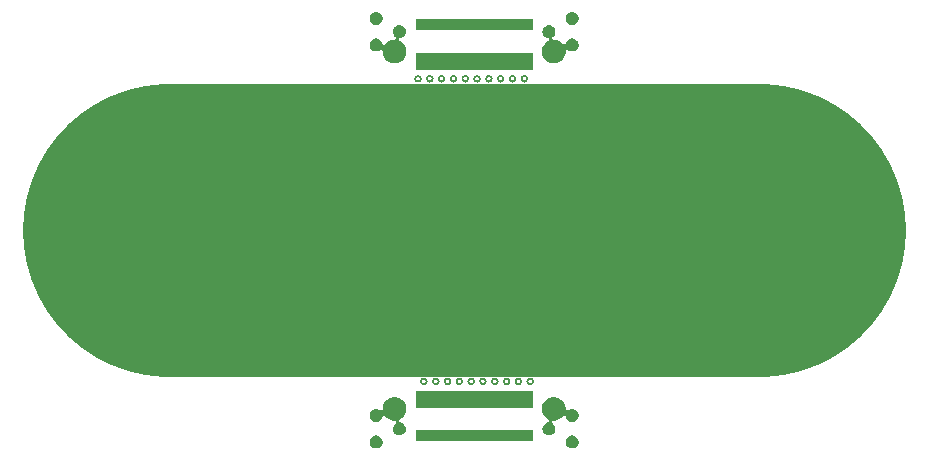
<source format=gbr>
G04 #@! TF.GenerationSoftware,KiCad,Pcbnew,(5.1.5)-3*
G04 #@! TF.CreationDate,2020-01-16T17:02:50-07:00*
G04 #@! TF.ProjectId,Igloo10,49676c6f-6f31-4302-9e6b-696361645f70,rev?*
G04 #@! TF.SameCoordinates,Original*
G04 #@! TF.FileFunction,Soldermask,Bot*
G04 #@! TF.FilePolarity,Negative*
%FSLAX46Y46*%
G04 Gerber Fmt 4.6, Leading zero omitted, Abs format (unit mm)*
G04 Created by KiCad (PCBNEW (5.1.5)-3) date 2020-01-16 17:02:50*
%MOMM*%
%LPD*%
G04 APERTURE LIST*
%ADD10C,0.152400*%
%ADD11C,24.800000*%
%ADD12C,0.100000*%
G04 APERTURE END LIST*
D10*
X120861913Y-78295000D02*
G75*
G03X120861913Y-78295000I-241913J0D01*
G01*
X119861913Y-78295000D02*
G75*
G03X119861913Y-78295000I-241913J0D01*
G01*
X118861913Y-78295000D02*
G75*
G03X118861913Y-78295000I-241913J0D01*
G01*
X117861913Y-78295000D02*
G75*
G03X117861913Y-78295000I-241913J0D01*
G01*
X116861913Y-78295000D02*
G75*
G03X116861913Y-78295000I-241913J0D01*
G01*
X115861913Y-78295000D02*
G75*
G03X115861913Y-78295000I-241913J0D01*
G01*
X114861913Y-78295000D02*
G75*
G03X114861913Y-78295000I-241913J0D01*
G01*
X113861913Y-78295000D02*
G75*
G03X113861913Y-78295000I-241913J0D01*
G01*
X112861913Y-78295000D02*
G75*
G03X112861913Y-78295000I-241913J0D01*
G01*
X111861913Y-78295000D02*
G75*
G03X111861913Y-78295000I-241913J0D01*
G01*
X120361913Y-52675000D02*
G75*
G03X120361913Y-52675000I-241913J0D01*
G01*
X119361913Y-52675000D02*
G75*
G03X119361913Y-52675000I-241913J0D01*
G01*
X118361913Y-52675000D02*
G75*
G03X118361913Y-52675000I-241913J0D01*
G01*
X117361913Y-52675000D02*
G75*
G03X117361913Y-52675000I-241913J0D01*
G01*
X116361913Y-52675000D02*
G75*
G03X116361913Y-52675000I-241913J0D01*
G01*
X115361913Y-52675000D02*
G75*
G03X115361913Y-52675000I-241913J0D01*
G01*
X114361913Y-52675000D02*
G75*
G03X114361913Y-52675000I-241913J0D01*
G01*
X113361913Y-52675000D02*
G75*
G03X113361913Y-52675000I-241913J0D01*
G01*
X112361913Y-52675000D02*
G75*
G03X112361913Y-52675000I-241913J0D01*
G01*
X111361913Y-52675000D02*
G75*
G03X111361913Y-52675000I-241913J0D01*
G01*
D11*
X140000000Y-65470000D02*
X90000000Y-65470000D01*
D12*
G36*
X124330721Y-82890174D02*
G01*
X124430995Y-82931709D01*
X124430996Y-82931710D01*
X124521242Y-82992010D01*
X124597990Y-83068758D01*
X124597991Y-83068760D01*
X124658291Y-83159005D01*
X124699826Y-83259279D01*
X124721000Y-83365730D01*
X124721000Y-83474270D01*
X124699826Y-83580721D01*
X124658291Y-83680995D01*
X124658290Y-83680996D01*
X124597990Y-83771242D01*
X124521242Y-83847990D01*
X124475812Y-83878345D01*
X124430995Y-83908291D01*
X124330721Y-83949826D01*
X124224270Y-83971000D01*
X124115730Y-83971000D01*
X124009279Y-83949826D01*
X123909005Y-83908291D01*
X123864188Y-83878345D01*
X123818758Y-83847990D01*
X123742010Y-83771242D01*
X123681710Y-83680996D01*
X123681709Y-83680995D01*
X123640174Y-83580721D01*
X123619000Y-83474270D01*
X123619000Y-83365730D01*
X123640174Y-83259279D01*
X123681709Y-83159005D01*
X123742009Y-83068760D01*
X123742010Y-83068758D01*
X123818758Y-82992010D01*
X123909004Y-82931710D01*
X123909005Y-82931709D01*
X124009279Y-82890174D01*
X124115730Y-82869000D01*
X124224270Y-82869000D01*
X124330721Y-82890174D01*
G37*
G36*
X107730721Y-82890174D02*
G01*
X107830995Y-82931709D01*
X107830996Y-82931710D01*
X107921242Y-82992010D01*
X107997990Y-83068758D01*
X107997991Y-83068760D01*
X108058291Y-83159005D01*
X108099826Y-83259279D01*
X108121000Y-83365730D01*
X108121000Y-83474270D01*
X108099826Y-83580721D01*
X108058291Y-83680995D01*
X108058290Y-83680996D01*
X107997990Y-83771242D01*
X107921242Y-83847990D01*
X107875812Y-83878345D01*
X107830995Y-83908291D01*
X107730721Y-83949826D01*
X107624270Y-83971000D01*
X107515730Y-83971000D01*
X107409279Y-83949826D01*
X107309005Y-83908291D01*
X107264188Y-83878345D01*
X107218758Y-83847990D01*
X107142010Y-83771242D01*
X107081710Y-83680996D01*
X107081709Y-83680995D01*
X107040174Y-83580721D01*
X107019000Y-83474270D01*
X107019000Y-83365730D01*
X107040174Y-83259279D01*
X107081709Y-83159005D01*
X107142009Y-83068760D01*
X107142010Y-83068758D01*
X107218758Y-82992010D01*
X107309004Y-82931710D01*
X107309005Y-82931709D01*
X107409279Y-82890174D01*
X107515730Y-82869000D01*
X107624270Y-82869000D01*
X107730721Y-82890174D01*
G37*
G36*
X120821000Y-83346000D02*
G01*
X110919000Y-83346000D01*
X110919000Y-82394000D01*
X120821000Y-82394000D01*
X120821000Y-83346000D01*
G37*
G36*
X109315285Y-79638234D02*
G01*
X109411981Y-79657468D01*
X109594151Y-79732926D01*
X109758100Y-79842473D01*
X109897527Y-79981900D01*
X110007074Y-80145849D01*
X110007075Y-80145851D01*
X110082532Y-80328020D01*
X110121000Y-80521409D01*
X110121000Y-80718591D01*
X110112189Y-80762888D01*
X110082532Y-80911981D01*
X110007074Y-81094151D01*
X109897527Y-81258100D01*
X109758100Y-81397527D01*
X109594151Y-81507074D01*
X109594150Y-81507075D01*
X109594146Y-81507077D01*
X109590088Y-81508758D01*
X109568477Y-81520309D01*
X109549535Y-81535854D01*
X109533990Y-81554796D01*
X109522439Y-81576407D01*
X109515327Y-81599856D01*
X109512925Y-81624242D01*
X109515327Y-81648628D01*
X109522441Y-81672077D01*
X109533992Y-81693688D01*
X109549537Y-81712630D01*
X109568479Y-81728175D01*
X109590090Y-81739726D01*
X109613538Y-81746838D01*
X109705721Y-81765174D01*
X109805995Y-81806709D01*
X109805996Y-81806710D01*
X109896242Y-81867010D01*
X109972990Y-81943758D01*
X109972991Y-81943760D01*
X110033291Y-82034005D01*
X110074826Y-82134279D01*
X110096000Y-82240730D01*
X110096000Y-82349270D01*
X110074826Y-82455721D01*
X110033291Y-82555995D01*
X110033290Y-82555996D01*
X109972990Y-82646242D01*
X109896242Y-82722990D01*
X109850812Y-82753345D01*
X109805995Y-82783291D01*
X109705721Y-82824826D01*
X109599270Y-82846000D01*
X109490730Y-82846000D01*
X109384279Y-82824826D01*
X109284005Y-82783291D01*
X109239188Y-82753345D01*
X109193758Y-82722990D01*
X109117010Y-82646242D01*
X109056710Y-82555996D01*
X109056709Y-82555995D01*
X109015174Y-82455721D01*
X108994000Y-82349270D01*
X108994000Y-82240730D01*
X109015174Y-82134279D01*
X109056709Y-82034005D01*
X109117009Y-81943760D01*
X109117010Y-81943758D01*
X109193758Y-81867010D01*
X109219317Y-81849932D01*
X109238259Y-81834387D01*
X109253805Y-81815445D01*
X109265356Y-81793834D01*
X109272469Y-81770385D01*
X109274871Y-81745999D01*
X109272469Y-81721613D01*
X109265356Y-81698164D01*
X109253805Y-81676554D01*
X109238260Y-81657612D01*
X109219318Y-81642066D01*
X109197707Y-81630515D01*
X109174258Y-81623402D01*
X109149872Y-81621000D01*
X109021409Y-81621000D01*
X108915107Y-81599855D01*
X108828019Y-81582532D01*
X108645849Y-81507074D01*
X108481900Y-81397527D01*
X108342473Y-81258100D01*
X108334273Y-81245827D01*
X108318734Y-81226893D01*
X108299792Y-81211348D01*
X108278181Y-81199797D01*
X108254732Y-81192683D01*
X108230346Y-81190281D01*
X108205960Y-81192683D01*
X108182511Y-81199795D01*
X108160900Y-81211346D01*
X108141958Y-81226891D01*
X108126413Y-81245833D01*
X108114862Y-81267444D01*
X108107748Y-81290894D01*
X108099826Y-81330720D01*
X108058291Y-81430995D01*
X108058290Y-81430996D01*
X107997990Y-81521242D01*
X107921242Y-81597990D01*
X107918449Y-81599856D01*
X107830995Y-81658291D01*
X107730721Y-81699826D01*
X107624270Y-81721000D01*
X107515730Y-81721000D01*
X107409279Y-81699826D01*
X107309005Y-81658291D01*
X107221551Y-81599856D01*
X107218758Y-81597990D01*
X107142010Y-81521242D01*
X107081710Y-81430996D01*
X107081709Y-81430995D01*
X107040174Y-81330721D01*
X107019000Y-81224270D01*
X107019000Y-81115730D01*
X107040174Y-81009279D01*
X107081709Y-80909005D01*
X107142009Y-80818760D01*
X107142010Y-80818758D01*
X107218758Y-80742010D01*
X107267058Y-80709737D01*
X107309005Y-80681709D01*
X107409279Y-80640174D01*
X107515730Y-80619000D01*
X107624270Y-80619000D01*
X107730721Y-80640174D01*
X107830995Y-80681709D01*
X107872942Y-80709737D01*
X107921241Y-80742009D01*
X107924555Y-80744224D01*
X107946166Y-80755775D01*
X107969615Y-80762888D01*
X107994001Y-80765290D01*
X108018387Y-80762888D01*
X108041836Y-80755775D01*
X108063446Y-80744224D01*
X108082388Y-80728679D01*
X108097934Y-80709737D01*
X108109485Y-80688126D01*
X108116598Y-80664677D01*
X108119000Y-80640291D01*
X108119000Y-80521409D01*
X108157468Y-80328020D01*
X108232925Y-80145851D01*
X108232926Y-80145849D01*
X108342473Y-79981900D01*
X108481900Y-79842473D01*
X108645849Y-79732926D01*
X108828019Y-79657468D01*
X108924715Y-79638234D01*
X109021409Y-79619000D01*
X109218591Y-79619000D01*
X109315285Y-79638234D01*
G37*
G36*
X122815285Y-79638234D02*
G01*
X122911981Y-79657468D01*
X123094151Y-79732926D01*
X123258100Y-79842473D01*
X123397527Y-79981900D01*
X123507074Y-80145849D01*
X123507075Y-80145851D01*
X123582532Y-80328020D01*
X123621000Y-80521409D01*
X123621000Y-80640291D01*
X123623402Y-80664677D01*
X123630515Y-80688126D01*
X123642066Y-80709737D01*
X123657611Y-80728679D01*
X123676553Y-80744224D01*
X123698164Y-80755775D01*
X123721613Y-80762888D01*
X123745999Y-80765290D01*
X123770385Y-80762888D01*
X123793834Y-80755775D01*
X123815445Y-80744224D01*
X123818760Y-80742009D01*
X123867058Y-80709737D01*
X123909005Y-80681709D01*
X124009279Y-80640174D01*
X124115730Y-80619000D01*
X124224270Y-80619000D01*
X124330721Y-80640174D01*
X124430995Y-80681709D01*
X124472942Y-80709737D01*
X124521242Y-80742010D01*
X124597990Y-80818758D01*
X124597991Y-80818760D01*
X124658291Y-80909005D01*
X124699826Y-81009279D01*
X124721000Y-81115730D01*
X124721000Y-81224270D01*
X124699826Y-81330721D01*
X124658291Y-81430995D01*
X124658290Y-81430996D01*
X124597990Y-81521242D01*
X124521242Y-81597990D01*
X124518449Y-81599856D01*
X124430995Y-81658291D01*
X124330721Y-81699826D01*
X124224270Y-81721000D01*
X124115730Y-81721000D01*
X124009279Y-81699826D01*
X123909005Y-81658291D01*
X123821551Y-81599856D01*
X123818758Y-81597990D01*
X123742010Y-81521242D01*
X123681710Y-81430996D01*
X123681709Y-81430995D01*
X123640174Y-81330720D01*
X123632252Y-81290894D01*
X123625139Y-81267445D01*
X123613588Y-81245834D01*
X123598043Y-81226892D01*
X123579101Y-81211347D01*
X123557490Y-81199796D01*
X123534041Y-81192683D01*
X123509655Y-81190281D01*
X123485269Y-81192683D01*
X123461820Y-81199796D01*
X123440209Y-81211347D01*
X123421267Y-81226892D01*
X123405727Y-81245827D01*
X123397527Y-81258100D01*
X123258100Y-81397527D01*
X123094151Y-81507074D01*
X122911981Y-81582532D01*
X122824893Y-81599855D01*
X122718591Y-81621000D01*
X122590128Y-81621000D01*
X122565742Y-81623402D01*
X122542293Y-81630515D01*
X122520682Y-81642066D01*
X122501740Y-81657611D01*
X122486195Y-81676553D01*
X122474644Y-81698164D01*
X122467531Y-81721613D01*
X122465129Y-81745999D01*
X122467531Y-81770385D01*
X122474644Y-81793834D01*
X122486195Y-81815445D01*
X122501740Y-81834387D01*
X122520683Y-81849932D01*
X122546242Y-81867010D01*
X122622990Y-81943758D01*
X122622991Y-81943760D01*
X122683291Y-82034005D01*
X122724826Y-82134279D01*
X122746000Y-82240730D01*
X122746000Y-82349270D01*
X122724826Y-82455721D01*
X122683291Y-82555995D01*
X122683290Y-82555996D01*
X122622990Y-82646242D01*
X122546242Y-82722990D01*
X122500812Y-82753345D01*
X122455995Y-82783291D01*
X122355721Y-82824826D01*
X122249270Y-82846000D01*
X122140730Y-82846000D01*
X122034279Y-82824826D01*
X121934005Y-82783291D01*
X121889188Y-82753345D01*
X121843758Y-82722990D01*
X121767010Y-82646242D01*
X121706710Y-82555996D01*
X121706709Y-82555995D01*
X121665174Y-82455721D01*
X121644000Y-82349270D01*
X121644000Y-82240730D01*
X121665174Y-82134279D01*
X121706709Y-82034005D01*
X121767009Y-81943760D01*
X121767010Y-81943758D01*
X121843758Y-81867010D01*
X121934004Y-81806710D01*
X121934005Y-81806709D01*
X122034279Y-81765174D01*
X122126462Y-81746838D01*
X122149911Y-81739725D01*
X122171522Y-81728174D01*
X122190463Y-81712629D01*
X122206009Y-81693687D01*
X122217560Y-81672076D01*
X122224673Y-81648627D01*
X122227075Y-81624241D01*
X122224673Y-81599855D01*
X122217560Y-81576406D01*
X122206009Y-81554795D01*
X122190464Y-81535854D01*
X122171522Y-81520308D01*
X122149912Y-81508758D01*
X122145854Y-81507077D01*
X122145850Y-81507075D01*
X122145849Y-81507074D01*
X121981900Y-81397527D01*
X121842473Y-81258100D01*
X121732926Y-81094151D01*
X121657468Y-80911981D01*
X121627811Y-80762888D01*
X121619000Y-80718591D01*
X121619000Y-80521409D01*
X121657468Y-80328020D01*
X121732925Y-80145851D01*
X121732926Y-80145849D01*
X121842473Y-79981900D01*
X121981900Y-79842473D01*
X122145849Y-79732926D01*
X122328019Y-79657468D01*
X122424715Y-79638234D01*
X122521409Y-79619000D01*
X122718591Y-79619000D01*
X122815285Y-79638234D01*
G37*
G36*
X120821000Y-80521000D02*
G01*
X110919000Y-80521000D01*
X110919000Y-79069000D01*
X120821000Y-79069000D01*
X120821000Y-80521000D01*
G37*
G36*
X120821000Y-51901000D02*
G01*
X110919000Y-51901000D01*
X110919000Y-50449000D01*
X120821000Y-50449000D01*
X120821000Y-51901000D01*
G37*
G36*
X109705721Y-48145174D02*
G01*
X109805995Y-48186709D01*
X109805996Y-48186710D01*
X109896242Y-48247010D01*
X109972990Y-48323758D01*
X109972991Y-48323760D01*
X110033291Y-48414005D01*
X110074826Y-48514279D01*
X110096000Y-48620730D01*
X110096000Y-48729270D01*
X110074826Y-48835721D01*
X110033291Y-48935995D01*
X110033290Y-48935996D01*
X109972990Y-49026242D01*
X109896242Y-49102990D01*
X109896239Y-49102992D01*
X109805995Y-49163291D01*
X109705721Y-49204826D01*
X109613538Y-49223162D01*
X109590089Y-49230275D01*
X109568478Y-49241826D01*
X109549537Y-49257371D01*
X109533991Y-49276313D01*
X109522440Y-49297924D01*
X109515327Y-49321373D01*
X109512925Y-49345759D01*
X109515327Y-49370145D01*
X109522440Y-49393594D01*
X109533991Y-49415205D01*
X109549536Y-49434146D01*
X109568478Y-49449692D01*
X109590088Y-49461242D01*
X109594146Y-49462923D01*
X109594150Y-49462925D01*
X109594151Y-49462926D01*
X109758100Y-49572473D01*
X109897527Y-49711900D01*
X109992655Y-49854270D01*
X110007075Y-49875851D01*
X110082532Y-50058020D01*
X110121000Y-50251409D01*
X110121000Y-50448591D01*
X110101766Y-50545285D01*
X110082532Y-50641981D01*
X110007074Y-50824151D01*
X109897527Y-50988100D01*
X109758100Y-51127527D01*
X109594151Y-51237074D01*
X109411981Y-51312532D01*
X109218591Y-51351000D01*
X109021409Y-51351000D01*
X108828019Y-51312532D01*
X108645849Y-51237074D01*
X108481900Y-51127527D01*
X108342473Y-50988100D01*
X108232926Y-50824151D01*
X108157468Y-50641981D01*
X108138234Y-50545285D01*
X108119000Y-50448591D01*
X108119000Y-50329709D01*
X108116598Y-50305323D01*
X108109485Y-50281874D01*
X108097934Y-50260263D01*
X108082389Y-50241321D01*
X108063447Y-50225776D01*
X108041836Y-50214225D01*
X108018387Y-50207112D01*
X107994001Y-50204710D01*
X107969615Y-50207112D01*
X107946166Y-50214225D01*
X107924555Y-50225776D01*
X107921243Y-50227989D01*
X107921242Y-50227990D01*
X107886193Y-50251409D01*
X107830995Y-50288291D01*
X107730721Y-50329826D01*
X107624270Y-50351000D01*
X107515730Y-50351000D01*
X107409279Y-50329826D01*
X107309005Y-50288291D01*
X107253807Y-50251409D01*
X107218758Y-50227990D01*
X107142010Y-50151242D01*
X107081710Y-50060996D01*
X107081709Y-50060995D01*
X107040174Y-49960721D01*
X107019000Y-49854270D01*
X107019000Y-49745730D01*
X107040174Y-49639279D01*
X107081709Y-49539005D01*
X107111655Y-49494188D01*
X107142010Y-49448758D01*
X107218758Y-49372010D01*
X107294542Y-49321373D01*
X107309005Y-49311709D01*
X107409279Y-49270174D01*
X107515730Y-49249000D01*
X107624270Y-49249000D01*
X107730721Y-49270174D01*
X107830995Y-49311709D01*
X107845458Y-49321373D01*
X107921242Y-49372010D01*
X107997990Y-49448758D01*
X108028345Y-49494188D01*
X108058291Y-49539005D01*
X108099826Y-49639280D01*
X108107748Y-49679106D01*
X108114861Y-49702555D01*
X108126412Y-49724166D01*
X108141957Y-49743108D01*
X108160899Y-49758653D01*
X108182510Y-49770204D01*
X108205959Y-49777317D01*
X108230345Y-49779719D01*
X108254731Y-49777317D01*
X108278180Y-49770204D01*
X108299791Y-49758653D01*
X108318733Y-49743108D01*
X108334273Y-49724173D01*
X108342473Y-49711900D01*
X108481900Y-49572473D01*
X108645849Y-49462926D01*
X108828019Y-49387468D01*
X109021409Y-49349000D01*
X109149872Y-49349000D01*
X109174258Y-49346598D01*
X109197707Y-49339485D01*
X109219318Y-49327934D01*
X109238260Y-49312389D01*
X109253805Y-49293447D01*
X109265356Y-49271836D01*
X109272469Y-49248387D01*
X109274871Y-49224001D01*
X109272469Y-49199615D01*
X109265356Y-49176166D01*
X109253805Y-49154555D01*
X109238260Y-49135613D01*
X109219317Y-49120068D01*
X109193761Y-49102992D01*
X109193758Y-49102990D01*
X109117010Y-49026242D01*
X109056710Y-48935996D01*
X109056709Y-48935995D01*
X109015174Y-48835721D01*
X108994000Y-48729270D01*
X108994000Y-48620730D01*
X109015174Y-48514279D01*
X109056709Y-48414005D01*
X109117009Y-48323760D01*
X109117010Y-48323758D01*
X109193758Y-48247010D01*
X109284004Y-48186710D01*
X109284005Y-48186709D01*
X109384279Y-48145174D01*
X109490730Y-48124000D01*
X109599270Y-48124000D01*
X109705721Y-48145174D01*
G37*
G36*
X122355721Y-48145174D02*
G01*
X122455995Y-48186709D01*
X122455996Y-48186710D01*
X122546242Y-48247010D01*
X122622990Y-48323758D01*
X122622991Y-48323760D01*
X122683291Y-48414005D01*
X122724826Y-48514279D01*
X122746000Y-48620730D01*
X122746000Y-48729270D01*
X122724826Y-48835721D01*
X122683291Y-48935995D01*
X122683290Y-48935996D01*
X122622990Y-49026242D01*
X122546242Y-49102990D01*
X122546239Y-49102992D01*
X122520683Y-49120068D01*
X122501741Y-49135613D01*
X122486195Y-49154555D01*
X122474644Y-49176166D01*
X122467531Y-49199615D01*
X122465129Y-49224001D01*
X122467531Y-49248387D01*
X122474644Y-49271836D01*
X122486195Y-49293446D01*
X122501740Y-49312388D01*
X122520682Y-49327934D01*
X122542293Y-49339485D01*
X122565742Y-49346598D01*
X122590128Y-49349000D01*
X122718591Y-49349000D01*
X122911981Y-49387468D01*
X123094151Y-49462926D01*
X123258100Y-49572473D01*
X123397527Y-49711900D01*
X123405727Y-49724173D01*
X123421266Y-49743107D01*
X123440208Y-49758652D01*
X123461819Y-49770203D01*
X123485268Y-49777317D01*
X123509654Y-49779719D01*
X123534040Y-49777317D01*
X123557489Y-49770205D01*
X123579100Y-49758654D01*
X123598042Y-49743109D01*
X123613587Y-49724167D01*
X123625138Y-49702556D01*
X123632252Y-49679106D01*
X123640174Y-49639280D01*
X123681709Y-49539005D01*
X123711655Y-49494188D01*
X123742010Y-49448758D01*
X123818758Y-49372010D01*
X123894542Y-49321373D01*
X123909005Y-49311709D01*
X124009279Y-49270174D01*
X124115730Y-49249000D01*
X124224270Y-49249000D01*
X124330721Y-49270174D01*
X124430995Y-49311709D01*
X124445458Y-49321373D01*
X124521242Y-49372010D01*
X124597990Y-49448758D01*
X124628345Y-49494188D01*
X124658291Y-49539005D01*
X124699826Y-49639279D01*
X124721000Y-49745730D01*
X124721000Y-49854270D01*
X124699826Y-49960721D01*
X124658291Y-50060995D01*
X124658290Y-50060996D01*
X124597990Y-50151242D01*
X124521242Y-50227990D01*
X124486193Y-50251409D01*
X124430995Y-50288291D01*
X124330721Y-50329826D01*
X124224270Y-50351000D01*
X124115730Y-50351000D01*
X124009279Y-50329826D01*
X123909005Y-50288291D01*
X123853807Y-50251409D01*
X123818758Y-50227990D01*
X123818757Y-50227989D01*
X123815445Y-50225776D01*
X123793834Y-50214225D01*
X123770385Y-50207112D01*
X123745999Y-50204710D01*
X123721613Y-50207112D01*
X123698164Y-50214225D01*
X123676554Y-50225776D01*
X123657612Y-50241321D01*
X123642066Y-50260263D01*
X123630515Y-50281874D01*
X123623402Y-50305323D01*
X123621000Y-50329709D01*
X123621000Y-50448591D01*
X123601766Y-50545285D01*
X123582532Y-50641981D01*
X123507074Y-50824151D01*
X123397527Y-50988100D01*
X123258100Y-51127527D01*
X123094151Y-51237074D01*
X122911981Y-51312532D01*
X122718591Y-51351000D01*
X122521409Y-51351000D01*
X122328019Y-51312532D01*
X122145849Y-51237074D01*
X121981900Y-51127527D01*
X121842473Y-50988100D01*
X121732926Y-50824151D01*
X121657468Y-50641981D01*
X121638234Y-50545285D01*
X121619000Y-50448591D01*
X121619000Y-50251409D01*
X121657468Y-50058020D01*
X121732925Y-49875851D01*
X121747345Y-49854270D01*
X121842473Y-49711900D01*
X121981900Y-49572473D01*
X122145849Y-49462926D01*
X122145850Y-49462925D01*
X122145854Y-49462923D01*
X122149912Y-49461242D01*
X122171523Y-49449691D01*
X122190465Y-49434146D01*
X122206010Y-49415204D01*
X122217561Y-49393593D01*
X122224673Y-49370144D01*
X122227075Y-49345758D01*
X122224673Y-49321372D01*
X122217559Y-49297923D01*
X122206008Y-49276312D01*
X122190463Y-49257370D01*
X122171521Y-49241825D01*
X122149910Y-49230274D01*
X122126462Y-49223162D01*
X122034279Y-49204826D01*
X121934005Y-49163291D01*
X121843761Y-49102992D01*
X121843758Y-49102990D01*
X121767010Y-49026242D01*
X121706710Y-48935996D01*
X121706709Y-48935995D01*
X121665174Y-48835721D01*
X121644000Y-48729270D01*
X121644000Y-48620730D01*
X121665174Y-48514279D01*
X121706709Y-48414005D01*
X121767009Y-48323760D01*
X121767010Y-48323758D01*
X121843758Y-48247010D01*
X121934004Y-48186710D01*
X121934005Y-48186709D01*
X122034279Y-48145174D01*
X122140730Y-48124000D01*
X122249270Y-48124000D01*
X122355721Y-48145174D01*
G37*
G36*
X120821000Y-48576000D02*
G01*
X110919000Y-48576000D01*
X110919000Y-47624000D01*
X120821000Y-47624000D01*
X120821000Y-48576000D01*
G37*
G36*
X107730721Y-47020174D02*
G01*
X107830995Y-47061709D01*
X107830996Y-47061710D01*
X107921242Y-47122010D01*
X107997990Y-47198758D01*
X107997991Y-47198760D01*
X108058291Y-47289005D01*
X108099826Y-47389279D01*
X108121000Y-47495730D01*
X108121000Y-47604270D01*
X108099826Y-47710721D01*
X108058291Y-47810995D01*
X108058290Y-47810996D01*
X107997990Y-47901242D01*
X107921242Y-47977990D01*
X107875812Y-48008345D01*
X107830995Y-48038291D01*
X107730721Y-48079826D01*
X107624270Y-48101000D01*
X107515730Y-48101000D01*
X107409279Y-48079826D01*
X107309005Y-48038291D01*
X107264188Y-48008345D01*
X107218758Y-47977990D01*
X107142010Y-47901242D01*
X107081710Y-47810996D01*
X107081709Y-47810995D01*
X107040174Y-47710721D01*
X107019000Y-47604270D01*
X107019000Y-47495730D01*
X107040174Y-47389279D01*
X107081709Y-47289005D01*
X107142009Y-47198760D01*
X107142010Y-47198758D01*
X107218758Y-47122010D01*
X107309004Y-47061710D01*
X107309005Y-47061709D01*
X107409279Y-47020174D01*
X107515730Y-46999000D01*
X107624270Y-46999000D01*
X107730721Y-47020174D01*
G37*
G36*
X124330721Y-47020174D02*
G01*
X124430995Y-47061709D01*
X124430996Y-47061710D01*
X124521242Y-47122010D01*
X124597990Y-47198758D01*
X124597991Y-47198760D01*
X124658291Y-47289005D01*
X124699826Y-47389279D01*
X124721000Y-47495730D01*
X124721000Y-47604270D01*
X124699826Y-47710721D01*
X124658291Y-47810995D01*
X124658290Y-47810996D01*
X124597990Y-47901242D01*
X124521242Y-47977990D01*
X124475812Y-48008345D01*
X124430995Y-48038291D01*
X124330721Y-48079826D01*
X124224270Y-48101000D01*
X124115730Y-48101000D01*
X124009279Y-48079826D01*
X123909005Y-48038291D01*
X123864188Y-48008345D01*
X123818758Y-47977990D01*
X123742010Y-47901242D01*
X123681710Y-47810996D01*
X123681709Y-47810995D01*
X123640174Y-47710721D01*
X123619000Y-47604270D01*
X123619000Y-47495730D01*
X123640174Y-47389279D01*
X123681709Y-47289005D01*
X123742009Y-47198760D01*
X123742010Y-47198758D01*
X123818758Y-47122010D01*
X123909004Y-47061710D01*
X123909005Y-47061709D01*
X124009279Y-47020174D01*
X124115730Y-46999000D01*
X124224270Y-46999000D01*
X124330721Y-47020174D01*
G37*
M02*

</source>
